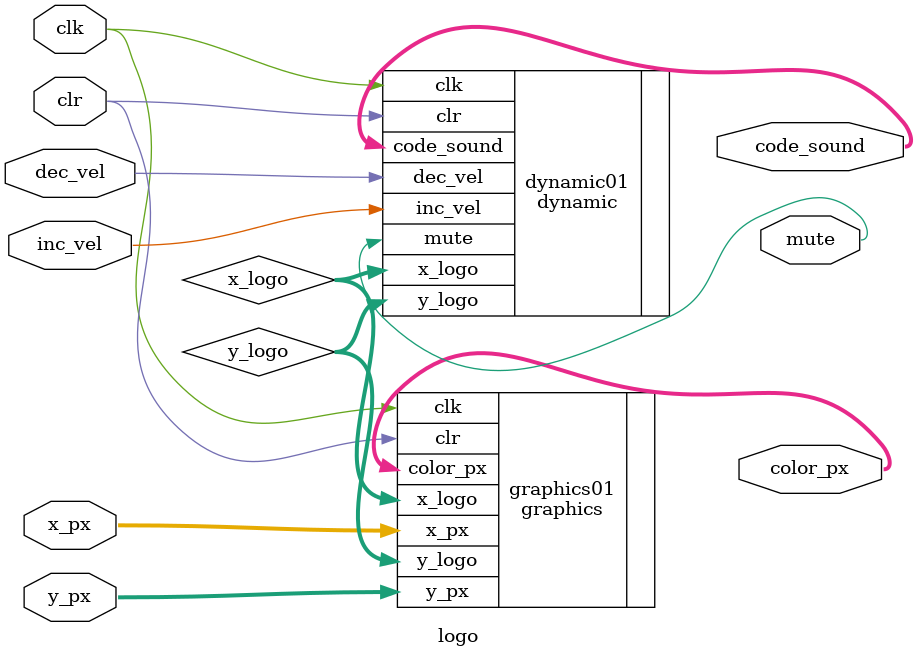
<source format=v>
module logo (
                input  wire        clk,         // System clock.
                input  wire        clr,         // Asynchronous reset.
                input  wire [9:0]  x_px,        // X position for actual pixel.
                input  wire [9:0]  y_px,        // Y position for actual pixel.
                output wire [2:0]  color_px,    // Color for actual pixel.
                input  wire        inc_vel,     // Increase velocity.
                input  wire        dec_vel,     // Decrease velocity.
                output wire        mute,        // Silence the sound.
                output wire [1:0]  code_sound   // Code of sound (ping, pong, go, stop).
            );

    // Registers with logo position.
    wire [9:0] x_logo;
    wire [9:0] y_logo;
/*
    always @(posedge clk)
    begin
        if (clr)
        begin
            x_logo = (640-80)/2;
            y_logo = (480-96)/2;
        end
    end
*/
    // Instance of dynamic part of logo.
    dynamic
    dynamic01 (
            .clk (clk),
            .clr (clr),
            .x_logo (x_logo),
            .y_logo (y_logo),
            .inc_vel (inc_vel),
            .dec_vel (dec_vel),
            .mute(mute),
            .code_sound (code_sound)
    );

    // Instance of graphics part of logo.
    graphics
    graphics01 (
            .clk (clk),
            .clr (clr),
            .x_px (x_px),
            .y_px (y_px),
            .x_logo (x_logo),
            .y_logo (y_logo),
            .color_px (color_px)
    );

endmodule

</source>
